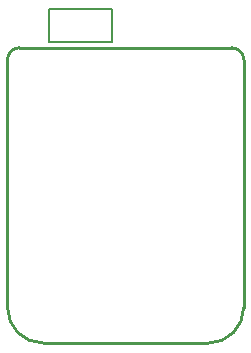
<source format=gbo>
G04*
G04 #@! TF.GenerationSoftware,Altium Limited,Altium Designer,19.1.5 (86)*
G04*
G04 Layer_Color=32896*
%FSLAX25Y25*%
%MOIN*%
G70*
G01*
G75*
%ADD10C,0.01000*%
%ADD11C,0.00787*%
D10*
X16248Y106799D02*
G03*
X12311Y102862I0J-3937D01*
G01*
X91051D02*
G03*
X87114Y106799I-3937J0D01*
G01*
X79240Y8374D02*
G03*
X91051Y20185I0J11811D01*
G01*
X12311D02*
G03*
X24122Y8374I11811J0D01*
G01*
X16248Y106799D02*
X87114D01*
X12311Y20185D02*
Y102862D01*
X24122Y8374D02*
X79240D01*
X91051Y20185D02*
Y102862D01*
D11*
X47153Y108694D02*
Y119718D01*
X26130Y108694D02*
Y119718D01*
X47153D01*
X26130Y108694D02*
X47153D01*
M02*

</source>
